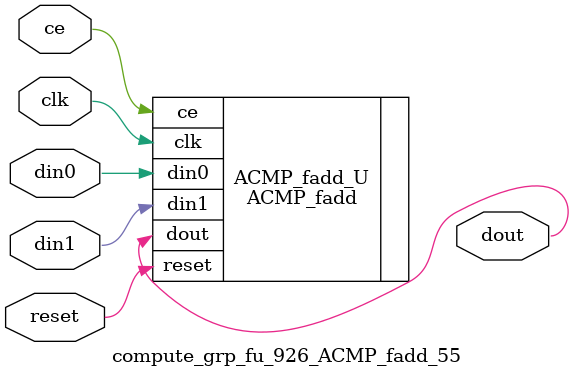
<source format=v>

`timescale 1 ns / 1 ps
module compute_grp_fu_926_ACMP_fadd_55(
    clk,
    reset,
    ce,
    din0,
    din1,
    dout);

parameter ID = 32'd1;
parameter NUM_STAGE = 32'd1;
parameter din0_WIDTH = 32'd1;
parameter din1_WIDTH = 32'd1;
parameter dout_WIDTH = 32'd1;
input clk;
input reset;
input ce;
input[din0_WIDTH - 1:0] din0;
input[din1_WIDTH - 1:0] din1;
output[dout_WIDTH - 1:0] dout;



ACMP_fadd #(
.ID( ID ),
.NUM_STAGE( 4 ),
.din0_WIDTH( din0_WIDTH ),
.din1_WIDTH( din1_WIDTH ),
.dout_WIDTH( dout_WIDTH ))
ACMP_fadd_U(
    .clk( clk ),
    .reset( reset ),
    .ce( ce ),
    .din0( din0 ),
    .din1( din1 ),
    .dout( dout ));

endmodule

</source>
